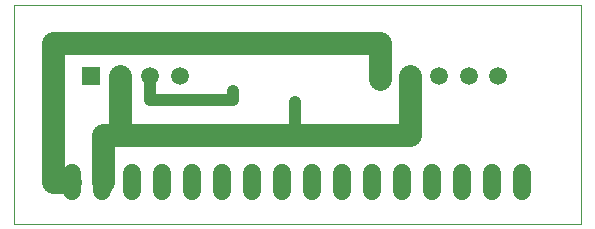
<source format=gbl>
G75*
%MOIN*%
%OFA0B0*%
%FSLAX25Y25*%
%IPPOS*%
%LPD*%
%AMOC8*
5,1,8,0,0,1.08239X$1,22.5*
%
%ADD10C,0.00000*%
%ADD11C,0.06000*%
%ADD12R,0.05937X0.05937*%
%ADD13C,0.05937*%
%ADD14C,0.07600*%
%ADD15C,0.04000*%
%ADD16C,0.03569*%
D10*
X0001610Y0001000D02*
X0190586Y0001000D01*
X0190586Y0073835D01*
X0001610Y0073835D01*
X0001610Y0001000D01*
D11*
X0020921Y0011780D02*
X0020921Y0017780D01*
X0030921Y0017780D02*
X0030921Y0011780D01*
X0040921Y0011780D02*
X0040921Y0017780D01*
X0050921Y0017780D02*
X0050921Y0011780D01*
X0060921Y0011780D02*
X0060921Y0017780D01*
X0070921Y0017780D02*
X0070921Y0011780D01*
X0080921Y0011780D02*
X0080921Y0017780D01*
X0090921Y0017780D02*
X0090921Y0011780D01*
X0100921Y0011780D02*
X0100921Y0017780D01*
X0110921Y0017780D02*
X0110921Y0011780D01*
X0120921Y0011780D02*
X0120921Y0017780D01*
X0130921Y0017780D02*
X0130921Y0011780D01*
X0140921Y0011780D02*
X0140921Y0017780D01*
X0150921Y0017780D02*
X0150921Y0011780D01*
X0160921Y0011780D02*
X0160921Y0017780D01*
X0170921Y0017780D02*
X0170921Y0011780D01*
D12*
X0123657Y0050213D03*
X0027200Y0050213D03*
D13*
X0037043Y0050213D03*
X0046885Y0050213D03*
X0056728Y0050213D03*
X0133500Y0050213D03*
X0143342Y0050213D03*
X0153185Y0050213D03*
X0163027Y0050213D03*
D14*
X0133500Y0050213D02*
X0133500Y0030528D01*
X0031137Y0030528D01*
X0031137Y0014780D01*
X0020311Y0014780D02*
X0014405Y0014780D01*
X0014405Y0061039D01*
X0123657Y0061039D01*
X0123657Y0049228D01*
X0037043Y0050213D02*
X0037043Y0031512D01*
D15*
X0046885Y0042339D02*
X0046885Y0050213D01*
X0046885Y0042339D02*
X0074445Y0042339D01*
X0074445Y0045291D01*
X0095114Y0041354D02*
X0095114Y0032496D01*
D16*
X0095114Y0041354D03*
X0074445Y0045291D03*
M02*

</source>
